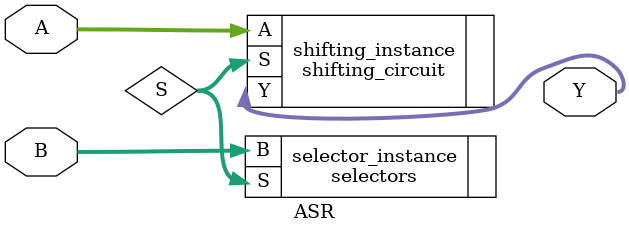
<source format=v>
module ASR(
    input wire [3:0] A,
    input wire [3:0] B,
    output wire [7:0] Y
);
wire [1:0] S;
selectors selector_instance (
    .B(B),
    .S(S)
);
shifting_circuit shifting_instance (
    .A(A),
    .S(S),
    .Y(Y)
);

endmodule
</source>
